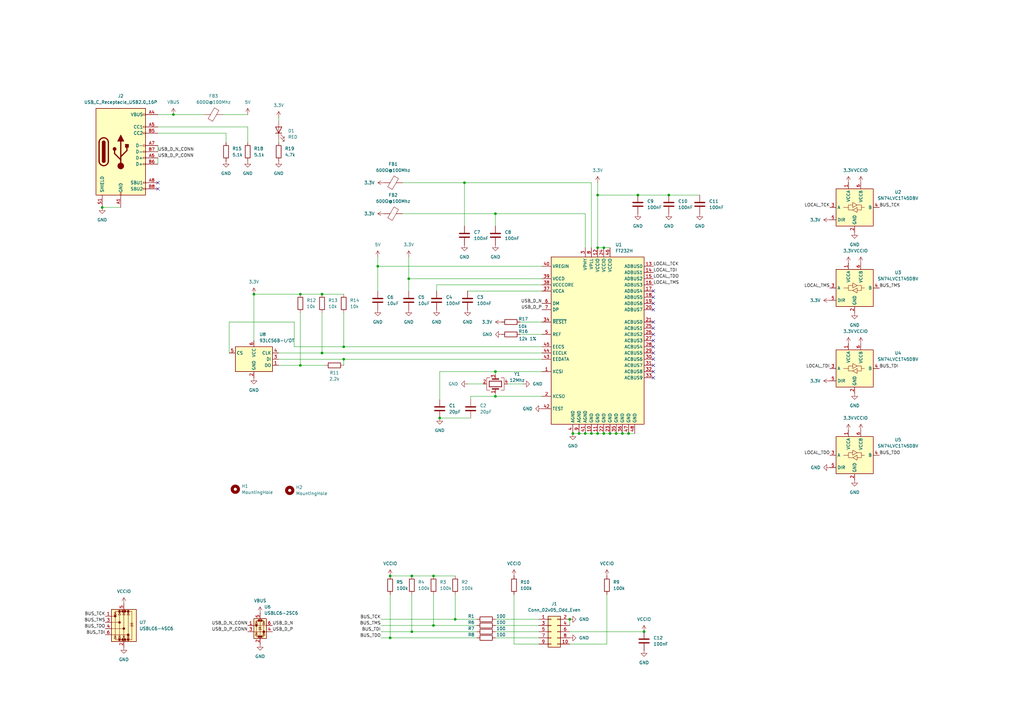
<source format=kicad_sch>
(kicad_sch (version 20231120) (generator "eeschema") (generator_version "8.0")
  (paper "A3")
  (lib_symbols
    (symbol "Connector:USB_C_Receptacle_USB2.0_16P" (pin_names (offset 1.016))
      (property "Reference" "J" (at 0 22.225 0))
      (property "Value" "USB_C_Receptacle_USB2.0_16P" (at 0 19.685 0))
      (symbol "USB_C_Receptacle_USB2.0_16P_1_1"
        (pin passive line (at 0 -22.86 90) (length 5.08) (name "GND") (number "A1"))
        (pin passive line (at 0 -22.86 90) (length 5.08) hide (name "GND") (number "A12"))
        (pin passive line (at 15.24 15.24 180) (length 5.08) (name "VBUS") (number "A4"))
        (pin bidirectional line (at 15.24 10.16 180) (length 5.08) (name "CC1") (number "A5"))
        (pin bidirectional line (at 15.24 -2.54 180) (length 5.08) (name "D+") (number "A6"))
        (pin bidirectional line (at 15.24 2.54 180) (length 5.08) (name "D-") (number "A7"))
        (pin bidirectional line (at 15.24 -12.7 180) (length 5.08) (name "SBU1") (number "A8"))
        (pin passive line (at 15.24 15.24 180) (length 5.08) hide (name "VBUS") (number "A9"))
        (pin passive line (at 0 -22.86 90) (length 5.08) hide (name "GND") (number "B1"))
        (pin passive line (at 0 -22.86 90) (length 5.08) hide (name "GND") (number "B12"))
        (pin passive line (at 15.24 15.24 180) (length 5.08) hide (name "VBUS") (number "B4"))
        (pin bidirectional line (at 15.24 7.62 180) (length 5.08) (name "CC2") (number "B5"))
        (pin bidirectional line (at 15.24 -5.08 180) (length 5.08) (name "D+") (number "B6"))
        (pin bidirectional line (at 15.24 0 180) (length 5.08) (name "D-") (number "B7"))
        (pin bidirectional line (at 15.24 -15.24 180) (length 5.08) (name "SBU2") (number "B8"))
        (pin passive line (at 15.24 15.24 180) (length 5.08) hide (name "VBUS") (number "B9"))
        (pin passive line (at -7.62 -22.86 90) (length 5.08) (name "SHIELD") (number "S1"))
      )
    )
    (symbol "Connector_Generic:Conn_02x05_Odd_Even" (pin_names (offset 1.016) hide)
      (property "Reference" "J" (at 1.27 7.62 0))
      (property "Value" "Conn_02x05_Odd_Even" (at 1.27 -7.62 0))
      (symbol "Conn_02x05_Odd_Even_1_1"
        (pin passive line (at -5.08 5.08 0) (length 3.81) (name "Pin_1") (number "1"))
        (pin passive line (at 7.62 -5.08 180) (length 3.81) (name "Pin_10") (number "10"))
        (pin passive line (at 7.62 5.08 180) (length 3.81) (name "Pin_2") (number "2"))
        (pin passive line (at -5.08 2.54 0) (length 3.81) (name "Pin_3") (number "3"))
        (pin passive line (at 7.62 2.54 180) (length 3.81) (name "Pin_4") (number "4"))
        (pin passive line (at -5.08 0 0) (length 3.81) (name "Pin_5") (number "5"))
        (pin passive line (at 7.62 0 180) (length 3.81) (name "Pin_6") (number "6"))
        (pin passive line (at -5.08 -2.54 0) (length 3.81) (name "Pin_7") (number "7"))
        (pin passive line (at 7.62 -2.54 180) (length 3.81) (name "Pin_8") (number "8"))
        (pin passive line (at -5.08 -5.08 0) (length 3.81) (name "Pin_9") (number "9"))
      )
    )
    (symbol "Device:C" (pin_numbers hide) (pin_names (offset 0.254))
      (property "Reference" "C" (at 0.635 2.54 0))
      (property "Value" "C" (at 0.635 -2.54 0))
      (symbol "C_1_1"
        (pin passive line (at 0 3.81 270) (length 2.794) (name "~") (number "1"))
        (pin passive line (at 0 -3.81 90) (length 2.794) (name "~") (number "2"))
      )
    )
    (symbol "Device:Crystal_GND24" (pin_names (offset 1.016) hide)
      (property "Reference" "Y" (at 3.175 5.08 0))
      (property "Value" "Crystal_GND24" (at 3.175 3.175 0))
      (symbol "Crystal_GND24_1_1"
        (pin passive line (at -3.81 0 0) (length 1.27) (name "1") (number "1"))
        (pin passive line (at 0 5.08 270) (length 1.27) (name "2") (number "2"))
        (pin passive line (at 3.81 0 180) (length 1.27) (name "3") (number "3"))
        (pin passive line (at 0 -5.08 90) (length 1.27) (name "4") (number "4"))
      )
    )
    (symbol "Device:FerriteBead" (pin_numbers hide) (pin_names (offset 0))
      (property "Reference" "FB" (at -3.81 0.635 90))
      (property "Value" "FerriteBead" (at 3.81 0 90))
      (symbol "FerriteBead_1_1"
        (pin passive line (at 0 3.81 270) (length 2.54) (name "~") (number "1"))
        (pin passive line (at 0 -3.81 90) (length 2.54) (name "~") (number "2"))
      )
    )
    (symbol "Device:LED" (pin_numbers hide) (pin_names (offset 1.016) hide)
      (property "Reference" "D" (at 0 2.54 0))
      (property "Value" "LED" (at 0 -2.54 0))
      (symbol "LED_1_1"
        (pin passive line (at -3.81 0 0) (length 2.54) (name "K") (number "1"))
        (pin passive line (at 3.81 0 180) (length 2.54) (name "A") (number "2"))
      )
    )
    (symbol "Device:R" (pin_numbers hide) (pin_names (offset 0))
      (property "Reference" "R" (at 2.032 0 90))
      (property "Value" "R" (at 0 0 90))
      (symbol "R_1_1"
        (pin passive line (at 0 3.81 270) (length 1.27) (name "~") (number "1"))
        (pin passive line (at 0 -3.81 90) (length 1.27) (name "~") (number "2"))
      )
    )
    (symbol "Interface_USB:FT232H"
      (property "Reference" "U" (at -19.05 35.56 0))
      (property "Value" "FT232H" (at 12.7 35.56 0))
      (symbol "FT232H_1_1"
        (pin input line (at -22.86 -12.7 0) (length 3.81) (name "XCSI") (number "1"))
        (pin power_in line (at -2.54 -38.1 90) (length 3.81) (name "GND") (number "10"))
        (pin power_in line (at 0 -38.1 90) (length 3.81) (name "GND") (number "11"))
        (pin power_in line (at 0 38.1 270) (length 3.81) (name "VCCIO") (number "12"))
        (pin bidirectional line (at 22.86 30.48 180) (length 3.81) (name "ADBUS0") (number "13"))
        (pin bidirectional line (at 22.86 27.94 180) (length 3.81) (name "ADBUS1") (number "14"))
        (pin bidirectional line (at 22.86 25.4 180) (length 3.81) (name "ADBUS2") (number "15"))
        (pin bidirectional line (at 22.86 22.86 180) (length 3.81) (name "ADBUS3") (number "16"))
        (pin bidirectional line (at 22.86 20.32 180) (length 3.81) (name "ADBUS4") (number "17"))
        (pin bidirectional line (at 22.86 17.78 180) (length 3.81) (name "ADBUS5") (number "18"))
        (pin bidirectional line (at 22.86 15.24 180) (length 3.81) (name "ADBUS6") (number "19"))
        (pin output line (at -22.86 -22.86 0) (length 3.81) (name "XCSO") (number "2"))
        (pin bidirectional line (at 22.86 12.7 180) (length 3.81) (name "ADBUS7") (number "20"))
        (pin bidirectional line (at 22.86 7.62 180) (length 3.81) (name "ACBUS0") (number "21"))
        (pin power_in line (at 2.54 -38.1 90) (length 3.81) (name "GND") (number "22"))
        (pin power_in line (at 5.08 -38.1 90) (length 3.81) (name "GND") (number "23"))
        (pin power_in line (at 2.54 38.1 270) (length 3.81) (name "VCCIO") (number "24"))
        (pin bidirectional line (at 22.86 5.08 180) (length 3.81) (name "ACBUS1") (number "25"))
        (pin bidirectional line (at 22.86 2.54 180) (length 3.81) (name "ACBUS2") (number "26"))
        (pin bidirectional line (at 22.86 0 180) (length 3.81) (name "ACBUS3") (number "27"))
        (pin bidirectional line (at 22.86 -2.54 180) (length 3.81) (name "ACBUS4") (number "28"))
        (pin bidirectional line (at 22.86 -5.08 180) (length 3.81) (name "ACBUS5") (number "29"))
        (pin power_in line (at -5.08 38.1 270) (length 3.81) (name "VPHY") (number "3"))
        (pin bidirectional line (at 22.86 -7.62 180) (length 3.81) (name "ACBUS6") (number "30"))
        (pin bidirectional line (at 22.86 -10.16 180) (length 3.81) (name "ACBUS7") (number "31"))
        (pin bidirectional line (at 22.86 -12.7 180) (length 3.81) (name "ACBUS8") (number "32"))
        (pin bidirectional line (at 22.86 -15.24 180) (length 3.81) (name "ACBUS9") (number "33"))
        (pin input line (at -22.86 7.62 0) (length 3.81) (name "~{RESET}") (number "34"))
        (pin power_in line (at 7.62 -38.1 90) (length 3.81) (name "GND") (number "35"))
        (pin power_in line (at 10.16 -38.1 90) (length 3.81) (name "GND") (number "36"))
        (pin power_out line (at -22.86 20.32 0) (length 3.81) (name "VCCA") (number "37"))
        (pin power_out line (at -22.86 22.86 0) (length 3.81) (name "VCCCORE") (number "38"))
        (pin power_in line (at -22.86 25.4 0) (length 3.81) (name "VCCD") (number "39"))
        (pin power_in line (at -10.16 -38.1 90) (length 3.81) (name "AGND") (number "4"))
        (pin power_in line (at -22.86 30.48 0) (length 3.81) (name "VREGIN") (number "40"))
        (pin power_in line (at -5.08 -38.1 90) (length 3.81) (name "AGND") (number "41"))
        (pin input line (at -22.86 -27.94 0) (length 3.81) (name "TEST") (number "42"))
        (pin bidirectional line (at -22.86 -7.62 0) (length 3.81) (name "EEDATA") (number "43"))
        (pin input line (at -22.86 -5.08 0) (length 3.81) (name "EECLK") (number "44"))
        (pin input line (at -22.86 -2.54 0) (length 3.81) (name "EECS") (number "45"))
        (pin power_in line (at 5.08 38.1 270) (length 3.81) (name "VCCIO") (number "46"))
        (pin power_in line (at 12.7 -38.1 90) (length 3.81) (name "GND") (number "47"))
        (pin power_in line (at 15.24 -38.1 90) (length 3.81) (name "GND") (number "48"))
        (pin input line (at -22.86 2.54 0) (length 3.81) (name "REF") (number "5"))
        (pin bidirectional line (at -22.86 15.24 0) (length 3.81) (name "DM") (number "6"))
        (pin bidirectional line (at -22.86 12.7 0) (length 3.81) (name "DP") (number "7"))
        (pin power_in line (at -2.54 38.1 270) (length 3.81) (name "VPLL") (number "8"))
        (pin power_in line (at -7.62 -38.1 90) (length 3.81) (name "AGND") (number "9"))
      )
    )
    (symbol "Logic_LevelTranslator:SN74LVC1T45DBV"
      (property "Reference" "U" (at -6.35 8.89 0))
      (property "Value" "SN74LVC1T45DBV" (at 3.81 8.89 0))
      (symbol "SN74LVC1T45DBV_1_1"
        (pin power_in line (at -2.54 10.16 270) (length 2.54) (name "VCCA") (number "1"))
        (pin power_in line (at 0 -10.16 90) (length 2.54) (name "GND") (number "2"))
        (pin bidirectional line (at -10.16 0 0) (length 2.54) (name "A") (number "3"))
        (pin bidirectional line (at 10.16 0 180) (length 2.54) (name "B") (number "4"))
        (pin input line (at -10.16 -5.08 0) (length 2.54) (name "DIR") (number "5"))
        (pin power_in line (at 2.54 10.16 270) (length 2.54) (name "VCCB") (number "6"))
      )
    )
    (symbol "Mechanical:MountingHole" (pin_names (offset 1.016)) (exclude_from_sim yes) (in_bom no)
      (property "Reference" "H" (at 0 5.08 0))
      (property "Value" "MountingHole" (at 0 3.175 0))
    )
    (symbol "Memory_EEPROM:93LCxxBxxOT"
      (property "Reference" "U" (at -6.35 6.35 0))
      (property "Value" "93LCxxBxxOT" (at 7.62 -6.35 0))
      (symbol "93LCxxBxxOT_1_1"
        (pin tri_state line (at 10.16 -2.54 180) (length 2.54) (name "DO") (number "1"))
        (pin power_in line (at 0 -7.62 90) (length 2.54) (name "GND") (number "2"))
        (pin input line (at 10.16 0 180) (length 2.54) (name "DI") (number "3"))
        (pin input line (at 10.16 2.54 180) (length 2.54) (name "CLK") (number "4"))
        (pin input line (at -10.16 2.54 0) (length 2.54) (name "CS") (number "5"))
        (pin power_in line (at 0 7.62 270) (length 2.54) (name "VCC") (number "6"))
      )
    )
    (symbol "Power_Protection:USBLC6-2SC6" (pin_names hide)
      (property "Reference" "U" (at 0.635 5.715 0))
      (property "Value" "USBLC6-2SC6" (at 0.635 3.81 0))
      (symbol "USBLC6-2SC6_1_1"
        (pin passive line (at -5.08 0 0) (length 2.54) (name "I/O1") (number "1"))
        (pin passive line (at 0 -7.62 90) (length 2.54) (name "GND") (number "2"))
        (pin passive line (at -5.08 -2.54 0) (length 2.54) (name "I/O2") (number "3"))
        (pin passive line (at 5.08 -2.54 180) (length 2.54) (name "I/O2") (number "4"))
        (pin passive line (at 0 5.08 270) (length 2.54) (name "VBUS") (number "5"))
        (pin passive line (at 5.08 0 180) (length 2.54) (name "I/O1") (number "6"))
      )
    )
    (symbol "Power_Protection:USBLC6-4SC6" (pin_names hide)
      (property "Reference" "U" (at 1.27 9.525 0))
      (property "Value" "USBLC6-4SC6" (at 1.27 6.985 0))
      (symbol "USBLC6-4SC6_1_1"
        (pin passive line (at -7.62 2.54 0) (length 2.54) (name "I/O1") (number "1"))
        (pin passive line (at 0 -10.16 90) (length 2.54) (name "GND") (number "2"))
        (pin passive line (at -7.62 0 0) (length 2.54) (name "I/O2") (number "3"))
        (pin passive line (at -7.62 -2.54 0) (length 2.54) (name "I/O3") (number "4"))
        (pin passive line (at 0 7.62 270) (length 2.54) (name "VBUS") (number "5"))
        (pin passive line (at -7.62 -5.08 0) (length 2.54) (name "I/O4") (number "6"))
      )
    )
    (symbol "power:GND" (power) (pin_numbers hide) (pin_names (offset 0) hide)
      (property "Value" "GND" (at 0 -3.81 0))
      (symbol "GND_1_1"
        (pin power_in line (at 0 0 270) (length 0) (name "~") (number "1"))
      )
    )
    (symbol "power:VCC" (power) (pin_numbers hide) (pin_names (offset 0) hide)
      (property "Value" "VCC" (at 0 3.556 0))
      (symbol "VCC_1_1"
        (pin power_in line (at 0 0 90) (length 0) (name "~") (number "1"))
      )
    )
  )
  (junction (at 252.73 177.8))
  (junction (at 247.65 177.8))
  (junction (at 247.65 101.6))
  (junction (at 123.19 120.65))
  (junction (at 234.95 177.8))
  (junction (at 257.81 177.8))
  (junction (at 203.2 87.63))
  (junction (at 240.03 177.8))
  (junction (at 245.11 80.01))
  (junction (at 261.62 80.01))
  (junction (at 140.97 142.24))
  (junction (at 71.12 46.99))
  (junction (at 167.64 114.3))
  (junction (at 177.8 236.22))
  (junction (at 168.91 259.08))
  (junction (at 242.57 177.8))
  (junction (at 255.27 177.8))
  (junction (at 140.97 147.32))
  (junction (at 250.19 177.8))
  (junction (at 160.02 261.62))
  (junction (at 168.91 236.22))
  (junction (at 245.11 101.6))
  (junction (at 203.2 162.56))
  (junction (at 245.11 177.8))
  (junction (at 41.91 85.09))
  (junction (at 104.14 120.65))
  (junction (at 203.2 152.4))
  (junction (at 132.08 120.65))
  (junction (at 132.08 144.78))
  (junction (at 233.68 254))
  (junction (at 274.32 80.01))
  (junction (at 123.19 149.86))
  (junction (at 237.49 177.8))
  (junction (at 186.69 254))
  (junction (at 177.8 256.54))
  (junction (at 160.02 236.22))
  (junction (at 180.34 171.45))
  (junction (at 190.5 74.93))
  (junction (at 264.16 259.08))
  (junction (at 154.94 109.22))
  (no_connect (at 64.77 77.47))
  (no_connect (at 267.97 134.62))
  (no_connect (at 267.97 152.4))
  (no_connect (at 267.97 132.08))
  (no_connect (at 267.97 137.16))
  (no_connect (at 267.97 127))
  (no_connect (at 267.97 154.94))
  (no_connect (at 267.97 119.38))
  (no_connect (at 267.97 124.46))
  (no_connect (at 267.97 139.7))
  (no_connect (at 267.97 147.32))
  (no_connect (at 267.97 142.24))
  (no_connect (at 64.77 74.93))
  (no_connect (at 267.97 149.86))
  (no_connect (at 267.97 144.78))
  (no_connect (at 267.97 121.92))
  (wire (pts (xy 120.65 142.24) (xy 140.97 142.24)))
  (wire (pts (xy 114.3 147.32) (xy 140.97 147.32)))
  (wire (pts (xy 247.65 177.8) (xy 250.19 177.8)))
  (wire (pts (xy 177.8 256.54) (xy 195.58 256.54)))
  (wire (pts (xy 245.11 101.6) (xy 247.65 101.6)))
  (wire (pts (xy 41.91 85.09) (xy 49.53 85.09)))
  (wire (pts (xy 160.02 236.22) (xy 168.91 236.22)))
  (wire (pts (xy 180.34 171.45) (xy 193.04 171.45)))
  (wire (pts (xy 220.98 264.16) (xy 210.82 264.16)))
  (wire (pts (xy 168.91 243.84) (xy 168.91 259.08)))
  (wire (pts (xy 180.34 152.4) (xy 180.34 163.83)))
  (wire (pts (xy 190.5 74.93) (xy 190.5 92.71)))
  (wire (pts (xy 168.91 259.08) (xy 195.58 259.08)))
  (wire (pts (xy 167.64 114.3) (xy 222.25 114.3)))
  (wire (pts (xy 114.3 149.86) (xy 123.19 149.86)))
  (wire (pts (xy 114.3 49.53) (xy 114.3 48.26)))
  (wire (pts (xy 140.97 142.24) (xy 222.25 142.24)))
  (wire (pts (xy 203.2 162.56) (xy 193.04 162.56)))
  (wire (pts (xy 245.11 177.8) (xy 247.65 177.8)))
  (wire (pts (xy 203.2 259.08) (xy 220.98 259.08)))
  (wire (pts (xy 156.21 259.08) (xy 168.91 259.08)))
  (wire (pts (xy 64.77 46.99) (xy 71.12 46.99)))
  (wire (pts (xy 132.08 128.27) (xy 132.08 144.78)))
  (wire (pts (xy 245.11 74.93) (xy 245.11 80.01)))
  (wire (pts (xy 140.97 128.27) (xy 140.97 142.24)))
  (wire (pts (xy 156.21 261.62) (xy 160.02 261.62)))
  (wire (pts (xy 222.25 152.4) (xy 203.2 152.4)))
  (wire (pts (xy 193.04 162.56) (xy 193.04 163.83)))
  (wire (pts (xy 213.36 137.16) (xy 222.25 137.16)))
  (wire (pts (xy 123.19 149.86) (xy 133.35 149.86)))
  (wire (pts (xy 245.11 80.01) (xy 245.11 101.6)))
  (wire (pts (xy 203.2 87.63) (xy 203.2 92.71)))
  (wire (pts (xy 190.5 74.93) (xy 165.1 74.93)))
  (wire (pts (xy 132.08 120.65) (xy 140.97 120.65)))
  (wire (pts (xy 240.03 87.63) (xy 240.03 101.6)))
  (wire (pts (xy 101.6 46.99) (xy 91.44 46.99)))
  (wire (pts (xy 248.92 243.84) (xy 248.92 264.16)))
  (wire (pts (xy 93.98 132.08) (xy 93.98 144.78)))
  (wire (pts (xy 237.49 177.8) (xy 240.03 177.8)))
  (wire (pts (xy 101.6 52.07) (xy 101.6 58.42)))
  (wire (pts (xy 179.07 116.84) (xy 179.07 119.38)))
  (wire (pts (xy 203.2 161.29) (xy 203.2 162.56)))
  (wire (pts (xy 203.2 254) (xy 220.98 254)))
  (wire (pts (xy 191.77 157.48) (xy 198.12 157.48)))
  (wire (pts (xy 140.97 147.32) (xy 222.25 147.32)))
  (wire (pts (xy 261.62 80.01) (xy 274.32 80.01)))
  (wire (pts (xy 180.34 152.4) (xy 203.2 152.4)))
  (wire (pts (xy 120.65 132.08) (xy 93.98 132.08)))
  (wire (pts (xy 250.19 177.8) (xy 252.73 177.8)))
  (wire (pts (xy 242.57 74.93) (xy 190.5 74.93)))
  (wire (pts (xy 257.81 177.8) (xy 260.35 177.8)))
  (wire (pts (xy 252.73 177.8) (xy 255.27 177.8)))
  (wire (pts (xy 245.11 80.01) (xy 261.62 80.01)))
  (wire (pts (xy 154.94 109.22) (xy 222.25 109.22)))
  (wire (pts (xy 210.82 264.16) (xy 210.82 243.84)))
  (wire (pts (xy 255.27 177.8) (xy 257.81 177.8)))
  (wire (pts (xy 186.69 254) (xy 195.58 254)))
  (wire (pts (xy 104.14 120.65) (xy 123.19 120.65)))
  (wire (pts (xy 114.3 144.78) (xy 132.08 144.78)))
  (wire (pts (xy 248.92 264.16) (xy 233.68 264.16)))
  (wire (pts (xy 167.64 119.38) (xy 167.64 114.3)))
  (wire (pts (xy 120.65 142.24) (xy 120.65 132.08)))
  (wire (pts (xy 154.94 105.41) (xy 154.94 109.22)))
  (wire (pts (xy 64.77 52.07) (xy 101.6 52.07)))
  (wire (pts (xy 203.2 152.4) (xy 203.2 153.67)))
  (wire (pts (xy 160.02 261.62) (xy 195.58 261.62)))
  (wire (pts (xy 154.94 119.38) (xy 154.94 109.22)))
  (wire (pts (xy 203.2 87.63) (xy 240.03 87.63)))
  (wire (pts (xy 156.21 254) (xy 186.69 254)))
  (wire (pts (xy 123.19 120.65) (xy 132.08 120.65)))
  (wire (pts (xy 92.71 54.61) (xy 64.77 54.61)))
  (wire (pts (xy 186.69 243.84) (xy 186.69 254)))
  (wire (pts (xy 242.57 101.6) (xy 242.57 74.93)))
  (wire (pts (xy 114.3 57.15) (xy 114.3 58.42)))
  (wire (pts (xy 274.32 80.01) (xy 287.02 80.01)))
  (wire (pts (xy 264.16 259.08) (xy 233.68 259.08)))
  (wire (pts (xy 123.19 128.27) (xy 123.19 149.86)))
  (wire (pts (xy 240.03 177.8) (xy 242.57 177.8)))
  (wire (pts (xy 160.02 243.84) (xy 160.02 261.62)))
  (wire (pts (xy 156.21 256.54) (xy 177.8 256.54)))
  (wire (pts (xy 168.91 236.22) (xy 177.8 236.22)))
  (wire (pts (xy 233.68 254) (xy 233.68 256.54)))
  (wire (pts (xy 83.82 46.99) (xy 71.12 46.99)))
  (wire (pts (xy 92.71 58.42) (xy 92.71 54.61)))
  (wire (pts (xy 179.07 116.84) (xy 222.25 116.84)))
  (wire (pts (xy 234.95 177.8) (xy 237.49 177.8)))
  (wire (pts (xy 203.2 162.56) (xy 222.25 162.56)))
  (wire (pts (xy 64.77 64.77) (xy 64.77 67.31)))
  (wire (pts (xy 203.2 256.54) (xy 220.98 256.54)))
  (wire (pts (xy 191.77 119.38) (xy 222.25 119.38)))
  (wire (pts (xy 213.36 132.08) (xy 222.25 132.08)))
  (wire (pts (xy 214.63 157.48) (xy 208.28 157.48)))
  (wire (pts (xy 140.97 149.86) (xy 140.97 147.32)))
  (wire (pts (xy 177.8 243.84) (xy 177.8 256.54)))
  (wire (pts (xy 242.57 177.8) (xy 245.11 177.8)))
  (wire (pts (xy 167.64 105.41) (xy 167.64 114.3)))
  (wire (pts (xy 132.08 144.78) (xy 222.25 144.78)))
  (wire (pts (xy 64.77 59.69) (xy 64.77 62.23)))
  (wire (pts (xy 104.14 120.65) (xy 104.14 139.7)))
  (wire (pts (xy 165.1 87.63) (xy 203.2 87.63)))
  (wire (pts (xy 247.65 101.6) (xy 250.19 101.6)))
  (wire (pts (xy 203.2 261.62) (xy 220.98 261.62)))
  (wire (pts (xy 177.8 236.22) (xy 186.69 236.22)))
  (label "USB_D_P_CONN" (at 101.6 259.08 180))
  (label "USB_D_N" (at 222.25 124.46 180))
  (label "BUS_TDO" (at 156.21 261.62 180))
  (label "LOCAL_TDI" (at 340.36 151.13 180))
  (label "BUS_TMS" (at 360.68 118.11 0))
  (label "USB_D_P" (at 222.25 127 180))
  (label "USB_D_N" (at 111.76 256.54 0))
  (label "USB_D_P" (at 111.76 259.08 0))
  (label "LOCAL_TMS" (at 267.97 116.84 0))
  (label "BUS_TMS" (at 43.18 255.27 180))
  (label "BUS_TMS" (at 156.21 256.54 180))
  (label "USB_D_N_CONN" (at 101.6 256.54 180))
  (label "BUS_TDI" (at 43.18 260.35 180))
  (label "USB_D_N_CONN" (at 64.77 62.23 0))
  (label "BUS_TDI" (at 156.21 259.08 180))
  (label "LOCAL_TDO" (at 340.36 186.69 180))
  (label "LOCAL_TCK" (at 267.97 109.22 0))
  (label "BUS_TCK" (at 43.18 252.73 180))
  (label "LOCAL_TDI" (at 267.97 111.76 0))
  (label "BUS_TDO" (at 43.18 257.81 180))
  (label "LOCAL_TDO" (at 267.97 114.3 0))
  (label "LOCAL_TCK" (at 340.36 85.09 180))
  (label "BUS_TCK" (at 360.68 85.09 0))
  (label "BUS_TDO" (at 360.68 186.69 0))
  (label "BUS_TDI" (at 360.68 151.13 0))
  (label "BUS_TCK" (at 156.21 254 180))
  (label "LOCAL_TMS" (at 340.36 118.11 180))
  (label "USB_D_P_CONN" (at 64.77 64.77 0))
  (symbol (lib_id "power:GND") (at 287.02 87.63 0) (unit 1)
    (property "Reference" "#PWR045" (effects (hide yes)))
    (property "Value" "GND" (at 287.02 92.71 0))
    (property "Description" "Power symbol creates a global label with name \"GND\" , ground" (effects (hide yes)))
  )
  (symbol (lib_id "Device:FerriteBead") (at 161.29 87.63 90) (unit 1)
    (property "Reference" "FB2" (at 161.2392 80.01 90))
    (property "Value" "600Ω@100Mhz" (at 161.2392 82.55 90))
    (property "Footprint" "Inductor_SMD:L_0603_1608Metric" (effects (hide yes)))
    (property "Description" "Ferrite bead" (effects (hide yes)))
  )
  (symbol (lib_id "power:GND") (at 350.52 196.85 0) (unit 1)
    (property "Reference" "#PWR018" (effects (hide yes)))
    (property "Value" "GND" (at 350.52 201.93 0))
    (property "Description" "Power symbol creates a global label with name \"GND\" , ground" (effects (hide yes)))
  )
  (symbol (lib_id "Device:R") (at 199.39 261.62 90) (unit 1)
    (property "Reference" "R8" (at 193.294 260.35 90))
    (property "Value" "100" (at 205.486 260.35 90))
    (property "Footprint" "Resistor_SMD:R_0603_1608Metric" (effects (hide yes)))
    (property "Description" "Resistor" (effects (hide yes)))
  )
  (symbol (lib_id "Mechanical:MountingHole") (at 96.52 200.66 0) (unit 1) (exclude_from_sim yes) (in_bom no)
    (property "Reference" "H1" (at 99.06 199.3899 0) (effects (justify left)))
    (property "Value" "MountingHole" (at 99.06 201.9299 0) (effects (justify left)))
    (property "Footprint" "MountingHole:MountingHole_2.2mm_M2_ISO14580" (effects (hide yes)))
    (property "Description" "Mounting Hole without connection" (effects (hide yes)))
  )
  (symbol (lib_id "power:GND") (at 274.32 87.63 0) (unit 1)
    (property "Reference" "#PWR044" (effects (hide yes)))
    (property "Value" "GND" (at 274.32 92.71 0))
    (property "Description" "Power symbol creates a global label with name \"GND\" , ground" (effects (hide yes)))
  )
  (symbol (lib_id "Device:R") (at 199.39 256.54 90) (unit 1)
    (property "Reference" "R6" (at 193.294 255.27 90))
    (property "Value" "100" (at 205.486 255.27 90))
    (property "Footprint" "Resistor_SMD:R_0603_1608Metric" (effects (hide yes)))
    (property "Description" "Resistor" (effects (hide yes)))
  )
  (symbol (lib_id "power:VCC") (at 264.16 259.08 0) (unit 1)
    (property "Reference" "#PWR01" (effects (hide yes)))
    (property "Value" "VCCIO" (at 264.16 254 0))
    (property "Description" "Power symbol creates a global label with name \"VCC\"" (effects (hide yes)))
  )
  (symbol (lib_id "power:GND") (at 191.77 157.48 270) (unit 1)
    (property "Reference" "#PWR031" (effects (hide yes)))
    (property "Value" "GND" (at 187.96 157.4799 90) (effects (justify right)))
    (property "Description" "Power symbol creates a global label with name \"GND\" , ground" (effects (hide yes)))
  )
  (symbol (lib_id "Device:C") (at 274.32 83.82 180) (unit 1)
    (property "Reference" "C10" (at 278.13 82.5499 0) (effects (justify right)))
    (property "Value" "100nF" (at 278.13 85.0899 0) (effects (justify right)))
    (property "Footprint" "Capacitor_SMD:C_0603_1608Metric" (effects (hide yes)))
    (property "Description" "Unpolarized capacitor" (effects (hide yes)))
  )
  (symbol (lib_id "Device:C") (at 191.77 123.19 180) (unit 1)
    (property "Reference" "C3" (at 195.58 121.9199 0) (effects (justify right)))
    (property "Value" "100nF" (at 195.58 124.4599 0) (effects (justify right)))
    (property "Footprint" "Capacitor_SMD:C_0603_1608Metric" (effects (hide yes)))
    (property "Description" "Unpolarized capacitor" (effects (hide yes)))
  )
  (symbol (lib_id "Interface_USB:FT232H") (at 245.11 139.7 0) (unit 1)
    (property "Reference" "U1" (at 252.3841 100.33 0) (effects (justify left)))
    (property "Value" "FT232H" (at 252.3841 102.87 0) (effects (justify left)))
    (property "Footprint" "Package_QFP:LQFP-48_7x7mm_P0.5mm" (effects (hide yes)))
    (property "Datasheet" "https://www.ftdichip.com/Support/Documents/DataSheets/ICs/DS_FT232H.pdf" (effects (hide yes)))
    (property "Description" "Hi Speed Single Channel USB UART/FIFO, LQFP/QFN-48" (effects (hide yes)))
  )
  (symbol (lib_id "Device:C") (at 193.04 167.64 180) (unit 1)
    (property "Reference" "C2" (at 196.85 166.3699 0) (effects (justify right)))
    (property "Value" "20pF" (at 196.85 168.9099 0) (effects (justify right)))
    (property "Footprint" "Capacitor_SMD:C_0603_1608Metric" (effects (hide yes)))
    (property "Description" "Unpolarized capacitor" (effects (hide yes)))
  )
  (symbol (lib_id "power:GND") (at 154.94 127 0) (unit 1)
    (property "Reference" "#PWR040" (effects (hide yes)))
    (property "Value" "GND" (at 154.94 132.08 0))
    (property "Description" "Power symbol creates a global label with name \"GND\" , ground" (effects (hide yes)))
  )
  (symbol (lib_id "power:GND") (at 233.68 254 90) (unit 1)
    (property "Reference" "#PWR02" (effects (hide yes)))
    (property "Value" "GND" (at 237.49 253.9999 90) (effects (justify right)))
    (property "Description" "Power symbol creates a global label with name \"GND\" , ground" (effects (hide yes)))
  )
  (symbol (lib_id "power:GND") (at 50.8 265.43 0) (unit 1)
    (property "Reference" "#PWR051" (effects (hide yes)))
    (property "Value" "GND" (at 50.8 270.51 0))
    (property "Description" "Power symbol creates a global label with name \"GND\" , ground" (effects (hide yes)))
  )
  (symbol (lib_id "power:GND") (at 261.62 87.63 0) (unit 1)
    (property "Reference" "#PWR043" (effects (hide yes)))
    (property "Value" "GND" (at 261.62 92.71 0))
    (property "Description" "Power symbol creates a global label with name \"GND\" , ground" (effects (hide yes)))
  )
  (symbol (lib_id "Device:R") (at 168.91 240.03 180) (unit 1)
    (property "Reference" "R4" (at 171.45 238.7599 0) (effects (justify right)))
    (property "Value" "100k" (at 171.45 241.2999 0) (effects (justify right)))
    (property "Footprint" "Resistor_SMD:R_0603_1608Metric" (effects (hide yes)))
    (property "Description" "Resistor" (effects (hide yes)))
  )
  (symbol (lib_id "Mechanical:MountingHole") (at 118.8236 201.1296 0) (unit 1) (exclude_from_sim yes) (in_bom no)
    (property "Reference" "H2" (at 121.3636 199.8595 0) (effects (justify left)))
    (property "Value" "MountingHole" (at 121.3636 202.3995 0) (effects (justify left)))
    (property "Footprint" "MountingHole:MountingHole_2.2mm_M2_ISO14580" (effects (hide yes)))
    (property "Description" "Mounting Hole without connection" (effects (hide yes)))
  )
  (symbol (lib_id "Device:C") (at 154.94 123.19 180) (unit 1)
    (property "Reference" "C6" (at 158.75 121.9199 0) (effects (justify right)))
    (property "Value" "10uF" (at 158.75 124.4599 0) (effects (justify right)))
    (property "Footprint" "Capacitor_SMD:C_0603_1608Metric" (effects (hide yes)))
    (property "Description" "Unpolarized capacitor" (effects (hide yes)))
  )
  (symbol (lib_id "power:GND") (at 101.6 66.04 0) (unit 1)
    (property "Reference" "#PWR048" (effects (hide yes)))
    (property "Value" "GND" (at 101.6 71.12 0))
    (property "Description" "Power symbol creates a global label with name \"GND\" , ground" (effects (hide yes)))
  )
  (symbol (lib_id "power:GND") (at 191.77 127 0) (unit 1)
    (property "Reference" "#PWR033" (effects (hide yes)))
    (property "Value" "GND" (at 191.77 132.08 0))
    (property "Description" "Power symbol creates a global label with name \"GND\" , ground" (effects (hide yes)))
  )
  (symbol (lib_id "power:GND") (at 190.5 100.33 0) (unit 1)
    (property "Reference" "#PWR041" (effects (hide yes)))
    (property "Value" "GND" (at 190.5 105.41 0))
    (property "Description" "Power symbol creates a global label with name \"GND\" , ground" (effects (hide yes)))
  )
  (symbol (lib_id "power:VCC") (at 71.12 46.99 0) (unit 1)
    (property "Reference" "#PWR049" (effects (hide yes)))
    (property "Value" "VBUS" (at 71.12 41.91 0))
    (property "Description" "Power symbol creates a global label with name \"VCC\"" (effects (hide yes)))
  )
  (symbol (lib_id "Device:C") (at 180.34 167.64 180) (unit 1)
    (property "Reference" "C1" (at 184.15 166.3699 0) (effects (justify right)))
    (property "Value" "20pF" (at 184.15 168.9099 0) (effects (justify right)))
    (property "Footprint" "Capacitor_SMD:C_0603_1608Metric" (effects (hide yes)))
    (property "Description" "Unpolarized capacitor" (effects (hide yes)))
  )
  (symbol (lib_id "Device:R") (at 101.6 62.23 180) (unit 1)
    (property "Reference" "R18" (at 104.14 60.9599 0) (effects (justify right)))
    (property "Value" "5.1k" (at 104.14 63.4999 0) (effects (justify right)))
    (property "Footprint" "Resistor_SMD:R_0603_1608Metric" (effects (hide yes)))
    (property "Description" "Resistor" (effects (hide yes)))
  )
  (symbol (lib_id "power:GND") (at 92.71 66.04 0) (unit 1)
    (property "Reference" "#PWR047" (effects (hide yes)))
    (property "Value" "GND" (at 92.71 71.12 0))
    (property "Description" "Power symbol creates a global label with name \"GND\" , ground" (effects (hide yes)))
  )
  (symbol (lib_id "Device:R") (at 209.55 132.08 270) (unit 1)
    (property "Reference" "R17" (at 214.63 130.81 90))
    (property "Value" "10k" (at 214.376 133.858 90))
    (property "Footprint" "Resistor_SMD:R_0603_1608Metric" (effects (hide yes)))
    (property "Description" "Resistor" (effects (hide yes)))
  )
  (symbol (lib_id "Logic_LevelTranslator:SN74LVC1T45DBV") (at 350.52 151.13 0) (unit 1)
    (property "Reference" "U4" (at 368.3 144.8114 0))
    (property "Value" "SN74LVC1T45DBV" (at 368.3 147.3514 0))
    (property "Footprint" "Package_TO_SOT_SMD:SOT-23-6" (effects (hide yes)))
    (property "Datasheet" "http://www.ti.com/lit/ds/symlink/sn74lvc1t45.pdf" (effects (hide yes)))
    (property "Description" "Single-Bit Dual-Supply Bus Transceiver With Configurable Voltage Translation and 3-State Outputs, SOT-23-6" (effects (hide yes)))
  )
  (symbol (lib_id "power:GND") (at 114.3 66.04 0) (unit 1)
    (property "Reference" "#PWR056" (effects (hide yes)))
    (property "Value" "GND" (at 114.3 71.12 0))
    (property "Description" "Power symbol creates a global label with name \"GND\" , ground" (effects (hide yes)))
  )
  (symbol (lib_id "Device:R") (at 140.97 124.46 180) (unit 1)
    (property "Reference" "R14" (at 143.51 123.1899 0) (effects (justify right)))
    (property "Value" "10k" (at 143.51 125.7299 0) (effects (justify right)))
    (property "Footprint" "Resistor_SMD:R_0603_1608Metric" (effects (hide yes)))
    (property "Description" "Resistor" (effects (hide yes)))
  )
  (symbol (lib_id "Connector_Generic:Conn_02x05_Odd_Even") (at 226.06 259.08 0) (unit 1)
    (property "Reference" "J1" (at 227.33 247.65 0))
    (property "Value" "Conn_02x05_Odd_Even" (at 227.33 250.19 0))
    (property "Footprint" "Connector_IDC:IDC-Header_2x05_P2.54mm_Vertical" (effects (hide yes)))
    (property "Description" "Generic connector, double row, 02x05, odd/even pin numbering scheme (row 1 odd numbers, row 2 even numbers), script generated (kicad-library-utils/schlib/autogen/connector/)" (effects (hide yes)))
  )
  (symbol (lib_id "Device:C") (at 167.64 123.19 180) (unit 1)
    (property "Reference" "C5" (at 171.45 121.9199 0) (effects (justify right)))
    (property "Value" "10uF" (at 171.45 124.4599 0) (effects (justify right)))
    (property "Footprint" "Capacitor_SMD:C_0603_1608Metric" (effects (hide yes)))
    (property "Description" "Unpolarized capacitor" (effects (hide yes)))
  )
  (symbol (lib_id "Device:C") (at 261.62 83.82 180) (unit 1)
    (property "Reference" "C9" (at 265.43 82.5499 0) (effects (justify right)))
    (property "Value" "100nF" (at 265.43 85.0899 0) (effects (justify right)))
    (property "Footprint" "Capacitor_SMD:C_0603_1608Metric" (effects (hide yes)))
    (property "Description" "Unpolarized capacitor" (effects (hide yes)))
  )
  (symbol (lib_id "power:VCC") (at 353.06 74.93 0) (unit 1)
    (property "Reference" "#PWR026" (effects (hide yes)))
    (property "Value" "VCCIO" (at 353.06 69.85 0))
    (property "Description" "Power symbol creates a global label with name \"VCC\"" (effects (hide yes)))
  )
  (symbol (lib_id "Device:R") (at 160.02 240.03 180) (unit 1)
    (property "Reference" "R5" (at 162.56 238.7599 0) (effects (justify right)))
    (property "Value" "100k" (at 162.56 241.2999 0) (effects (justify right)))
    (property "Footprint" "Resistor_SMD:R_0603_1608Metric" (effects (hide yes)))
    (property "Description" "Resistor" (effects (hide yes)))
  )
  (symbol (lib_id "power:GND") (at 41.91 85.09 0) (unit 1)
    (property "Reference" "#PWR013" (effects (hide yes)))
    (property "Value" "GND" (at 41.91 90.17 0))
    (property "Description" "Power symbol creates a global label with name \"GND\" , ground" (effects (hide yes)))
  )
  (symbol (lib_id "power:VCC") (at 340.36 156.21 90) (unit 1)
    (property "Reference" "#PWR017" (effects (hide yes)))
    (property "Value" "3.3V" (at 336.55 156.2099 90) (effects (justify left)))
    (property "Description" "Power symbol creates a global label with name \"VCC\"" (effects (hide yes)))
  )
  (symbol (lib_id "Device:C") (at 203.2 96.52 180) (unit 1)
    (property "Reference" "C8" (at 207.01 95.2499 0) (effects (justify right)))
    (property "Value" "100nF" (at 207.01 97.7899 0) (effects (justify right)))
    (property "Footprint" "Capacitor_SMD:C_0603_1608Metric" (effects (hide yes)))
    (property "Description" "Unpolarized capacitor" (effects (hide yes)))
  )
  (symbol (lib_id "power:GND") (at 340.36 191.77 270) (unit 1)
    (property "Reference" "#PWR019" (effects (hide yes)))
    (property "Value" "GND" (at 336.55 191.7699 90) (effects (justify right)))
    (property "Description" "Power symbol creates a global label with name \"GND\" , ground" (effects (hide yes)))
  )
  (symbol (lib_id "power:VCC") (at 353.06 107.95 0) (unit 1)
    (property "Reference" "#PWR025" (effects (hide yes)))
    (property "Value" "VCCIO" (at 353.06 102.87 0))
    (property "Description" "Power symbol creates a global label with name \"VCC\"" (effects (hide yes)))
  )
  (symbol (lib_id "Power_Protection:USBLC6-2SC6") (at 106.68 256.54 0) (unit 1)
    (property "Reference" "U6" (at 108.3311 248.92 0) (effects (justify left)))
    (property "Value" "USBLC6-2SC6" (at 108.3311 251.46 0) (effects (justify left)))
    (property "Footprint" "Package_TO_SOT_SMD:SOT-23-6" (effects (hide yes)))
    (property "Datasheet" "https://www.st.com/resource/en/datasheet/usblc6-2.pdf" (effects (hide yes)))
    (property "Description" "Very low capacitance ESD protection diode, 2 data-line, SOT-23-6" (effects (hide yes)))
  )
  (symbol (lib_id "power:VCC") (at 157.48 87.63 90) (unit 1)
    (property "Reference" "#PWR037" (effects (hide yes)))
    (property "Value" "3.3V" (at 153.67 87.6299 90) (effects (justify left)))
    (property "Description" "Power symbol creates a global label with name \"VCC\"" (effects (hide yes)))
  )
  (symbol (lib_id "Device:R") (at 132.08 124.46 180) (unit 1)
    (property "Reference" "R13" (at 134.62 123.1899 0) (effects (justify right)))
    (property "Value" "10k" (at 134.62 125.7299 0) (effects (justify right)))
    (property "Footprint" "Resistor_SMD:R_0603_1608Metric" (effects (hide yes)))
    (property "Description" "Resistor" (effects (hide yes)))
  )
  (symbol (lib_id "Device:R") (at 186.69 240.03 180) (unit 1)
    (property "Reference" "R2" (at 189.23 238.7599 0) (effects (justify right)))
    (property "Value" "100k" (at 189.23 241.2999 0) (effects (justify right)))
    (property "Footprint" "Resistor_SMD:R_0603_1608Metric" (effects (hide yes)))
    (property "Description" "Resistor" (effects (hide yes)))
  )
  (symbol (lib_id "Logic_LevelTranslator:SN74LVC1T45DBV") (at 350.52 85.09 0) (unit 1)
    (property "Reference" "U2" (at 368.3 78.7714 0))
    (property "Value" "SN74LVC1T45DBV" (at 368.3 81.3114 0))
    (property "Footprint" "Package_TO_SOT_SMD:SOT-23-6" (effects (hide yes)))
    (property "Datasheet" "http://www.ti.com/lit/ds/symlink/sn74lvc1t45.pdf" (effects (hide yes)))
    (property "Description" "Single-Bit Dual-Supply Bus Transceiver With Configurable Voltage Translation and 3-State Outputs, SOT-23-6" (effects (hide yes)))
  )
  (symbol (lib_id "power:VCC") (at 106.68 251.46 0) (unit 1)
    (property "Reference" "#PWR050" (effects (hide yes)))
    (property "Value" "VBUS" (at 106.68 246.38 0))
    (property "Description" "Power symbol creates a global label with name \"VCC\"" (effects (hide yes)))
  )
  (symbol (lib_id "Device:FerriteBead") (at 161.29 74.93 90) (unit 1)
    (property "Reference" "FB1" (at 161.2392 67.31 90))
    (property "Value" "600Ω@100Mhz" (at 161.2392 69.85 90))
    (property "Footprint" "Inductor_SMD:L_0603_1608Metric" (effects (hide yes)))
    (property "Description" "Ferrite bead" (effects (hide yes)))
  )
  (symbol (lib_id "Memory_EEPROM:93LCxxBxxOT") (at 104.14 147.32 0) (unit 1)
    (property "Reference" "U8" (at 106.3341 137.16 0) (effects (justify left)))
    (property "Value" "93LC56B-I/OT" (at 106.3341 139.7 0) (effects (justify left)))
    (property "Footprint" "Package_TO_SOT_SMD:SOT-23-6" (effects (hide yes)))
    (property "Datasheet" "http://ww1.microchip.com/downloads/en/DeviceDoc/20001749K.pdf" (effects (hide yes)))
    (property "Description" "Serial EEPROM, 93 Series, 2.5V, SOT-23-6" (effects (hide yes)))
  )
  (symbol (lib_id "Device:R") (at 199.39 259.08 90) (unit 1)
    (property "Reference" "R7" (at 193.294 257.81 90))
    (property "Value" "100" (at 205.486 257.81 90))
    (property "Footprint" "Resistor_SMD:R_0603_1608Metric" (effects (hide yes)))
    (property "Description" "Resistor" (effects (hide yes)))
  )
  (symbol (lib_id "power:VCC") (at 248.92 236.22 0) (unit 1)
    (property "Reference" "#PWR05" (effects (hide yes)))
    (property "Value" "VCCIO" (at 248.92 231.14 0))
    (property "Description" "Power symbol creates a global label with name \"VCC\"" (effects (hide yes)))
  )
  (symbol (lib_id "power:GND") (at 205.74 137.16 270) (unit 1)
    (property "Reference" "#PWR014" (effects (hide yes)))
    (property "Value" "GND" (at 201.93 137.1599 90) (effects (justify right)))
    (property "Description" "Power symbol creates a global label with name \"GND\" , ground" (effects (hide yes)))
  )
  (symbol (lib_id "Device:FerriteBead") (at 87.63 46.99 90) (unit 1)
    (property "Reference" "FB3" (at 87.5792 39.37 90))
    (property "Value" "600Ω@100Mhz" (at 87.5792 41.91 90))
    (property "Footprint" "Inductor_SMD:L_0805_2012Metric" (effects (hide yes)))
    (property "Description" "Ferrite bead" (effects (hide yes)))
  )
  (symbol (lib_id "Device:R") (at 137.16 149.86 270) (unit 1)
    (property "Reference" "R11" (at 137.16 152.908 90))
    (property "Value" "2.2k" (at 137.16 155.448 90))
    (property "Footprint" "Resistor_SMD:R_0603_1608Metric" (effects (hide yes)))
    (property "Description" "Resistor" (effects (hide yes)))
  )
  (symbol (lib_id "power:VCC") (at 245.11 74.93 0) (unit 1)
    (property "Reference" "#PWR08" (effects (hide yes)))
    (property "Value" "3.3V" (at 245.11 69.85 0))
    (property "Description" "Power symbol creates a global label with name \"VCC\"" (effects (hide yes)))
  )
  (symbol (lib_id "power:GND") (at 350.52 128.27 0) (unit 1)
    (property "Reference" "#PWR021" (effects (hide yes)))
    (property "Value" "GND" (at 350.52 133.35 0))
    (property "Description" "Power symbol creates a global label with name \"GND\" , ground" (effects (hide yes)))
  )
  (symbol (lib_id "power:VCC") (at 154.94 105.41 0) (unit 1)
    (property "Reference" "#PWR039" (effects (hide yes)))
    (property "Value" "5V" (at 154.94 100.33 0))
    (property "Description" "Power symbol creates a global label with name \"VCC\"" (effects (hide yes)))
  )
  (symbol (lib_id "power:GND") (at 203.2 100.33 0) (unit 1)
    (property "Reference" "#PWR042" (effects (hide yes)))
    (property "Value" "GND" (at 203.2 105.41 0))
    (property "Description" "Power symbol creates a global label with name \"GND\" , ground" (effects (hide yes)))
  )
  (symbol (lib_id "power:GND") (at 222.25 167.64 270) (unit 1)
    (property "Reference" "#PWR012" (effects (hide yes)))
    (property "Value" "GND" (at 218.44 167.6399 90) (effects (justify right)))
    (property "Description" "Power symbol creates a global label with name \"GND\" , ground" (effects (hide yes)))
  )
  (symbol (lib_id "power:VCC") (at 160.02 236.22 0) (unit 1)
    (property "Reference" "#PWR06" (effects (hide yes)))
    (property "Value" "VCCIO" (at 160.02 231.14 0))
    (property "Description" "Power symbol creates a global label with name \"VCC\"" (effects (hide yes)))
  )
  (symbol (lib_id "Device:R") (at 177.8 240.03 180) (unit 1)
    (property "Reference" "R3" (at 180.34 238.7599 0) (effects (justify right)))
    (property "Value" "100k" (at 180.34 241.2999 0) (effects (justify right)))
    (property "Footprint" "Resistor_SMD:R_0603_1608Metric" (effects (hide yes)))
    (property "Description" "Resistor" (effects (hide yes)))
  )
  (symbol (lib_id "Device:C") (at 190.5 96.52 180) (unit 1)
    (property "Reference" "C7" (at 194.31 95.2499 0) (effects (justify right)))
    (property "Value" "100nF" (at 194.31 97.7899 0) (effects (justify right)))
    (property "Footprint" "Capacitor_SMD:C_0603_1608Metric" (effects (hide yes)))
    (property "Description" "Unpolarized capacitor" (effects (hide yes)))
  )
  (symbol (lib_id "Device:R") (at 123.19 124.46 180) (unit 1)
    (property "Reference" "R12" (at 125.73 123.1899 0) (effects (justify right)))
    (property "Value" "10k" (at 125.73 125.7299 0) (effects (justify right)))
    (property "Footprint" "Resistor_SMD:R_0603_1608Metric" (effects (hide yes)))
    (property "Description" "Resistor" (effects (hide yes)))
  )
  (symbol (lib_id "Device:Crystal_GND24") (at 203.2 157.48 90) (unit 1)
    (property "Reference" "Y1" (at 212.09 153.416 90))
    (property "Value" "12Mhz" (at 212.09 155.956 90))
    (property "Footprint" "Crystal:Crystal_SMD_3225-4Pin_3.2x2.5mm" (effects (hide yes)))
    (property "Description" "Four pin crystal, GND on pins 2 and 4" (effects (hide yes)))
  )
  (symbol (lib_id "Device:C") (at 287.02 83.82 180) (unit 1)
    (property "Reference" "C11" (at 290.83 82.5499 0) (effects (justify right)))
    (property "Value" "100nF" (at 290.83 85.0899 0) (effects (justify right)))
    (property "Footprint" "Capacitor_SMD:C_0603_1608Metric" (effects (hide yes)))
    (property "Description" "Unpolarized capacitor" (effects (hide yes)))
  )
  (symbol (lib_id "power:GND") (at 234.95 177.8 0) (unit 1)
    (property "Reference" "#PWR07" (effects (hide yes)))
    (property "Value" "GND" (at 234.95 182.88 0))
    (property "Description" "Power symbol creates a global label with name \"GND\" , ground" (effects (hide yes)))
  )
  (symbol (lib_id "power:VCC") (at 50.8 247.65 0) (unit 1)
    (property "Reference" "#PWR053" (effects (hide yes)))
    (property "Value" "VCCIO" (at 50.8 242.57 0))
    (property "Description" "Power symbol creates a global label with name \"VCC\"" (effects (hide yes)))
  )
  (symbol (lib_id "power:VCC") (at 347.98 74.93 0) (unit 1)
    (property "Reference" "#PWR030" (effects (hide yes)))
    (property "Value" "3.3V" (at 347.98 69.85 0))
    (property "Description" "Power symbol creates a global label with name \"VCC\"" (effects (hide yes)))
  )
  (symbol (lib_id "Device:R") (at 199.39 254 90) (unit 1)
    (property "Reference" "R1" (at 193.294 252.73 90))
    (property "Value" "100" (at 205.486 252.73 90))
    (property "Footprint" "Resistor_SMD:R_0603_1608Metric" (effects (hide yes)))
    (property "Description" "Resistor" (effects (hide yes)))
  )
  (symbol (lib_id "power:VCC") (at 347.98 140.97 0) (unit 1)
    (property "Reference" "#PWR027" (effects (hide yes)))
    (property "Value" "3.3V" (at 347.98 135.89 0))
    (property "Description" "Power symbol creates a global label with name \"VCC\"" (effects (hide yes)))
  )
  (symbol (lib_id "Device:R") (at 114.3 62.23 180) (unit 1)
    (property "Reference" "R19" (at 116.84 60.9599 0) (effects (justify right)))
    (property "Value" "4.7k" (at 116.84 63.4999 0) (effects (justify right)))
    (property "Footprint" "Resistor_SMD:R_0603_1608Metric" (effects (hide yes)))
    (property "Description" "Resistor" (effects (hide yes)))
  )
  (symbol (lib_id "power:GND") (at 233.68 261.62 90) (unit 1)
    (property "Reference" "#PWR03" (effects (hide yes)))
    (property "Value" "GND" (at 237.49 261.6199 90) (effects (justify right)))
    (property "Description" "Power symbol creates a global label with name \"GND\" , ground" (effects (hide yes)))
  )
  (symbol (lib_id "power:GND") (at 264.16 266.7 0) (unit 1)
    (property "Reference" "#PWR055" (effects (hide yes)))
    (property "Value" "GND" (at 264.16 271.78 0))
    (property "Description" "Power symbol creates a global label with name \"GND\" , ground" (effects (hide yes)))
  )
  (symbol (lib_id "Device:R") (at 248.92 240.03 180) (unit 1)
    (property "Reference" "R9" (at 251.46 238.7599 0) (effects (justify right)))
    (property "Value" "100k" (at 251.46 241.2999 0) (effects (justify right)))
    (property "Footprint" "Resistor_SMD:R_0603_1608Metric" (effects (hide yes)))
    (property "Description" "Resistor" (effects (hide yes)))
  )
  (symbol (lib_id "power:GND") (at 350.52 95.25 0) (unit 1)
    (property "Reference" "#PWR022" (effects (hide yes)))
    (property "Value" "GND" (at 350.52 100.33 0))
    (property "Description" "Power symbol creates a global label with name \"GND\" , ground" (effects (hide yes)))
  )
  (symbol (lib_id "power:VCC") (at 353.06 176.53 0) (unit 1)
    (property "Reference" "#PWR024" (effects (hide yes)))
    (property "Value" "VCCIO" (at 353.06 171.45 0))
    (property "Description" "Power symbol creates a global label with name \"VCC\"" (effects (hide yes)))
  )
  (symbol (lib_id "Device:R") (at 210.82 240.03 180) (unit 1)
    (property "Reference" "R10" (at 213.36 238.7599 0) (effects (justify right)))
    (property "Value" "100k" (at 213.36 241.2999 0) (effects (justify right)))
    (property "Footprint" "Resistor_SMD:R_0603_1608Metric" (effects (hide yes)))
    (property "Description" "Resistor" (effects (hide yes)))
  )
  (symbol (lib_id "power:VCC") (at 101.6 46.99 0) (unit 1)
    (property "Reference" "#PWR054" (effects (hide yes)))
    (property "Value" "5V" (at 101.6 41.91 0))
    (property "Description" "Power symbol creates a global label with name \"VCC\"" (effects (hide yes)))
  )
  (symbol (lib_id "Logic_LevelTranslator:SN74LVC1T45DBV") (at 350.52 186.69 0) (unit 1)
    (property "Reference" "U5" (at 368.3 180.3714 0))
    (property "Value" "SN74LVC1T45DBV" (at 368.3 182.9114 0))
    (property "Footprint" "Package_TO_SOT_SMD:SOT-23-6" (effects (hide yes)))
    (property "Datasheet" "http://www.ti.com/lit/ds/symlink/sn74lvc1t45.pdf" (effects (hide yes)))
    (property "Description" "Single-Bit Dual-Supply Bus Transceiver With Configurable Voltage Translation and 3-State Outputs, SOT-23-6" (effects (hide yes)))
  )
  (symbol (lib_id "Device:LED") (at 114.3 53.34 90) (unit 1)
    (property "Reference" "D1" (at 118.11 53.6574 90) (effects (justify right)))
    (property "Value" "RED" (at 118.11 56.1974 90) (effects (justify right)))
    (property "Footprint" "LED_SMD:LED_0603_1608Metric" (effects (hide yes)))
    (property "Description" "Light emitting diode" (effects (hide yes)))
  )
  (symbol (lib_id "power:VCC") (at 340.36 90.17 90) (unit 1)
    (property "Reference" "#PWR015" (effects (hide yes)))
    (property "Value" "3.3V" (at 336.55 90.1699 90) (effects (justify left)))
    (property "Description" "Power symbol creates a global label with name \"VCC\"" (effects (hide yes)))
  )
  (symbol (lib_id "power:GND") (at 179.07 127 0) (unit 1)
    (property "Reference" "#PWR034" (effects (hide yes)))
    (property "Value" "GND" (at 179.07 132.08 0))
    (property "Description" "Power symbol creates a global label with name \"GND\" , ground" (effects (hide yes)))
  )
  (symbol (lib_id "Device:R") (at 92.71 62.23 180) (unit 1)
    (property "Reference" "R15" (at 95.25 60.9599 0) (effects (justify right)))
    (property "Value" "5.1k" (at 95.25 63.4999 0) (effects (justify right)))
    (property "Footprint" "Resistor_SMD:R_0603_1608Metric" (effects (hide yes)))
    (property "Description" "Resistor" (effects (hide yes)))
  )
  (symbol (lib_id "power:VCC") (at 353.06 140.97 0) (unit 1)
    (property "Reference" "#PWR023" (effects (hide yes)))
    (property "Value" "VCCIO" (at 353.06 135.89 0))
    (property "Description" "Power symbol creates a global label with name \"VCC\"" (effects (hide yes)))
  )
  (symbol (lib_id "Device:C") (at 179.07 123.19 180) (unit 1)
    (property "Reference" "C4" (at 182.88 121.9199 0) (effects (justify right)))
    (property "Value" "100nF" (at 182.88 124.4599 0) (effects (justify right)))
    (property "Footprint" "Capacitor_SMD:C_0603_1608Metric" (effects (hide yes)))
    (property "Description" "Unpolarized capacitor" (effects (hide yes)))
  )
  (symbol (lib_id "Logic_LevelTranslator:SN74LVC1T45DBV") (at 350.52 118.11 0) (unit 1)
    (property "Reference" "U3" (at 368.3 111.7914 0))
    (property "Value" "SN74LVC1T45DBV" (at 368.3 114.3314 0))
    (property "Footprint" "Package_TO_SOT_SMD:SOT-23-6" (effects (hide yes)))
    (property "Datasheet" "http://www.ti.com/lit/ds/symlink/sn74lvc1t45.pdf" (effects (hide yes)))
    (property "Description" "Single-Bit Dual-Supply Bus Transceiver With Configurable Voltage Translation and 3-State Outputs, SOT-23-6" (effects (hide yes)))
  )
  (symbol (lib_id "power:VCC") (at 157.48 74.93 90) (unit 1)
    (property "Reference" "#PWR038" (effects (hide yes)))
    (property "Value" "3.3V" (at 153.67 74.9299 90) (effects (justify left)))
    (property "Description" "Power symbol creates a global label with name \"VCC\"" (effects (hide yes)))
  )
  (symbol (lib_id "power:VCC") (at 205.74 132.08 90) (unit 1)
    (property "Reference" "#PWR046" (effects (hide yes)))
    (property "Value" "3.3V" (at 201.93 132.0799 90) (effects (justify left)))
    (property "Description" "Power symbol creates a global label with name \"VCC\"" (effects (hide yes)))
  )
  (symbol (lib_id "power:VCC") (at 347.98 176.53 0) (unit 1)
    (property "Reference" "#PWR028" (effects (hide yes)))
    (property "Value" "3.3V" (at 347.98 171.45 0))
    (property "Description" "Power symbol creates a global label with name \"VCC\"" (effects (hide yes)))
  )
  (symbol (lib_id "power:GND") (at 214.63 157.48 90) (unit 1)
    (property "Reference" "#PWR032" (effects (hide yes)))
    (property "Value" "GND" (at 218.44 157.4799 90) (effects (justify right)))
    (property "Description" "Power symbol creates a global label with name \"GND\" , ground" (effects (hide yes)))
  )
  (symbol (lib_id "power:GND") (at 104.14 154.94 0) (unit 1)
    (property "Reference" "#PWR010" (effects (hide yes)))
    (property "Value" "GND" (at 104.14 160.02 0))
    (property "Description" "Power symbol creates a global label with name \"GND\" , ground" (effects (hide yes)))
  )
  (symbol (lib_id "Connector:USB_C_Receptacle_USB2.0_16P") (at 49.53 62.23 0) (unit 1)
    (property "Reference" "J2" (at 49.53 39.37 0))
    (property "Value" "USB_C_Receptacle_USB2.0_16P" (at 49.53 41.91 0))
    (property "Footprint" "Connector_USB:USB_C_Receptacle_GCT_USB4105-xx-A_16P_TopMnt_Horizontal" (effects (hide yes)))
    (property "Datasheet" "https://www.usb.org/sites/default/files/documents/usb_type-c.zip" (effects (hide yes)))
    (property "Description" "USB 2.0-only 16P Type-C Receptacle connector" (effects (hide yes)))
  )
  (symbol (lib_id "power:VCC") (at 104.14 120.65 0) (unit 1)
    (property "Reference" "#PWR09" (effects (hide yes)))
    (property "Value" "3.3V" (at 104.14 115.57 0))
    (property "Description" "Power symbol creates a global label with name \"VCC\"" (effects (hide yes)))
  )
  (symbol (lib_id "Device:C") (at 264.16 262.89 180) (unit 1)
    (property "Reference" "C12" (at 267.97 261.6199 0) (effects (justify right)))
    (property "Value" "100nF" (at 267.97 264.1599 0) (effects (justify right)))
    (property "Footprint" "Capacitor_SMD:C_0603_1608Metric" (effects (hide yes)))
    (property "Description" "Unpolarized capacitor" (effects (hide yes)))
  )
  (symbol (lib_id "power:GND") (at 106.68 264.16 0) (unit 1)
    (property "Reference" "#PWR052" (effects (hide yes)))
    (property "Value" "GND" (at 106.68 269.24 0))
    (property "Description" "Power symbol creates a global label with name \"GND\" , ground" (effects (hide yes)))
  )
  (symbol (lib_id "power:VCC") (at 210.82 236.22 0) (unit 1)
    (property "Reference" "#PWR04" (effects (hide yes)))
    (property "Value" "VCCIO" (at 210.82 231.14 0))
    (property "Description" "Power symbol creates a global label with name \"VCC\"" (effects (hide yes)))
  )
  (symbol (lib_id "power:GND") (at 167.64 127 0) (unit 1)
    (property "Reference" "#PWR035" (effects (hide yes)))
    (property "Value" "GND" (at 167.64 132.08 0))
    (property "Description" "Power symbol creates a global label with name \"GND\" , ground" (effects (hide yes)))
  )
  (symbol (lib_id "power:VCC") (at 347.98 107.95 0) (unit 1)
    (property "Reference" "#PWR029" (effects (hide yes)))
    (property "Value" "3.3V" (at 347.98 102.87 0))
    (property "Description" "Power symbol creates a global label with name \"VCC\"" (effects (hide yes)))
  )
  (symbol (lib_id "power:VCC") (at 114.3 48.26 0) (unit 1)
    (property "Reference" "#PWR057" (effects (hide yes)))
    (property "Value" "3.3V" (at 114.3 43.18 0))
    (property "Description" "Power symbol creates a global label with name \"VCC\"" (effects (hide yes)))
  )
  (symbol (lib_id "power:VCC") (at 340.36 123.19 90) (unit 1)
    (property "Reference" "#PWR016" (effects (hide yes)))
    (property "Value" "3.3V" (at 336.55 123.1899 90) (effects (justify left)))
    (property "Description" "Power symbol creates a global label with name \"VCC\"" (effects (hide yes)))
  )
  (symbol (lib_id "Power_Protection:USBLC6-4SC6") (at 50.8 255.27 0) (unit 1)
    (property "Reference" "U7" (at 57.15 255.2699 0) (effects (justify left)))
    (property "Value" "USBLC6-4SC6" (at 57.15 257.8099 0) (effects (justify left)))
    (property "Footprint" "Package_TO_SOT_SMD:SOT-23-6" (effects (hide yes)))
    (property "Datasheet" "https://www.st.com/resource/en/datasheet/usblc6-4.pdf" (effects (hide yes)))
    (property "Description" "Very low capacitance ESD protection diode, 4 data-line, SOT-23-6" (effects (hide yes)))
  )
  (symbol (lib_id "power:GND") (at 180.34 171.45 0) (unit 1)
    (property "Reference" "#PWR011" (effects (hide yes)))
    (property "Value" "GND" (at 180.34 176.53 0))
    (property "Description" "Power symbol creates a global label with name \"GND\" , ground" (effects (hide yes)))
  )
  (symbol (lib_id "power:VCC") (at 167.64 105.41 0) (unit 1)
    (property "Reference" "#PWR036" (effects (hide yes)))
    (property "Value" "3.3V" (at 167.64 100.33 0))
    (property "Description" "Power symbol creates a global label with name \"VCC\"" (effects (hide yes)))
  )
  (symbol (lib_id "power:GND") (at 350.52 161.29 0) (unit 1)
    (property "Reference" "#PWR020" (effects (hide yes)))
    (property "Value" "GND" (at 350.52 166.37 0))
    (property "Description" "Power symbol creates a global label with name \"GND\" , ground" (effects (hide yes)))
  )
  (symbol (lib_id "Device:R") (at 209.55 137.16 270) (unit 1)
    (property "Reference" "R16" (at 214.63 135.89 90))
    (property "Value" "12k 1%" (at 216.408 138.938 90))
    (property "Footprint" "Resistor_SMD:R_0603_1608Metric" (effects (hide yes)))
    (property "Description" "Resistor" (effects (hide yes)))
  )
)
</source>
